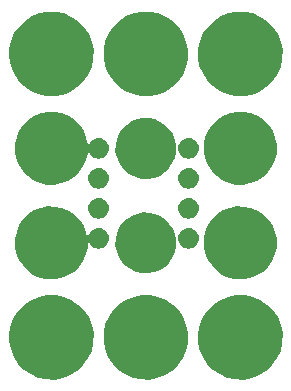
<source format=gts>
%TF.GenerationSoftware,KiCad,Pcbnew,4.0.5-e0-6337~49~ubuntu16.04.1*%
%TF.CreationDate,2017-01-18T20:32:05-08:00*%
%TF.ProjectId,3x4-ATtiny85-8DIP-Breakout,3378342D415474696E7938352D384449,1.0*%
%TF.FileFunction,Soldermask,Top*%
%FSLAX46Y46*%
G04 Gerber Fmt 4.6, Leading zero omitted, Abs format (unit mm)*
G04 Created by KiCad (PCBNEW 4.0.5-e0-6337~49~ubuntu16.04.1) date Wed Jan 18 20:32:05 2017*
%MOMM*%
%LPD*%
G01*
G04 APERTURE LIST*
%ADD10C,0.350000*%
G04 APERTURE END LIST*
D10*
G36*
X153027627Y-108592579D02*
X153714625Y-108733600D01*
X154361161Y-109005379D01*
X154942589Y-109397557D01*
X155436769Y-109895199D01*
X155824877Y-110479349D01*
X156092133Y-111127760D01*
X156228286Y-111815386D01*
X156228286Y-111815391D01*
X156228354Y-111815735D01*
X156217168Y-112616785D01*
X156217092Y-112617119D01*
X156217092Y-112617132D01*
X156061791Y-113300690D01*
X155776537Y-113941382D01*
X155372266Y-114514470D01*
X154864383Y-114998122D01*
X154272230Y-115373914D01*
X153618365Y-115627531D01*
X152927692Y-115749316D01*
X152226515Y-115734627D01*
X151541544Y-115584027D01*
X150898871Y-115303250D01*
X150322979Y-114902994D01*
X149835794Y-114398500D01*
X149455878Y-113808984D01*
X149197699Y-113156900D01*
X149071097Y-112467099D01*
X149080888Y-111765837D01*
X149226704Y-111079831D01*
X149502985Y-110435216D01*
X149899215Y-109856538D01*
X150400294Y-109365845D01*
X150987143Y-108981822D01*
X151637405Y-108719098D01*
X152326309Y-108587684D01*
X153027627Y-108592579D01*
X153027627Y-108592579D01*
G37*
G36*
X137027627Y-108592579D02*
X137714625Y-108733600D01*
X138361161Y-109005379D01*
X138942589Y-109397557D01*
X139436769Y-109895199D01*
X139824877Y-110479349D01*
X140092133Y-111127760D01*
X140228286Y-111815386D01*
X140228286Y-111815391D01*
X140228354Y-111815735D01*
X140217168Y-112616785D01*
X140217092Y-112617119D01*
X140217092Y-112617132D01*
X140061791Y-113300690D01*
X139776537Y-113941382D01*
X139372266Y-114514470D01*
X138864383Y-114998122D01*
X138272230Y-115373914D01*
X137618365Y-115627531D01*
X136927692Y-115749316D01*
X136226515Y-115734627D01*
X135541544Y-115584027D01*
X134898871Y-115303250D01*
X134322979Y-114902994D01*
X133835794Y-114398500D01*
X133455878Y-113808984D01*
X133197699Y-113156900D01*
X133071097Y-112467099D01*
X133080888Y-111765837D01*
X133226704Y-111079831D01*
X133502985Y-110435216D01*
X133899215Y-109856538D01*
X134400294Y-109365845D01*
X134987143Y-108981822D01*
X135637405Y-108719098D01*
X136326309Y-108587684D01*
X137027627Y-108592579D01*
X137027627Y-108592579D01*
G37*
G36*
X145027627Y-108592579D02*
X145714625Y-108733600D01*
X146361161Y-109005379D01*
X146942589Y-109397557D01*
X147436769Y-109895199D01*
X147824877Y-110479349D01*
X148092133Y-111127760D01*
X148228286Y-111815386D01*
X148228286Y-111815391D01*
X148228354Y-111815735D01*
X148217168Y-112616785D01*
X148217092Y-112617119D01*
X148217092Y-112617132D01*
X148061791Y-113300690D01*
X147776537Y-113941382D01*
X147372266Y-114514470D01*
X146864383Y-114998122D01*
X146272230Y-115373914D01*
X145618365Y-115627531D01*
X144927692Y-115749316D01*
X144226515Y-115734627D01*
X143541544Y-115584027D01*
X142898871Y-115303250D01*
X142322979Y-114902994D01*
X141835794Y-114398500D01*
X141455878Y-113808984D01*
X141197699Y-113156900D01*
X141071097Y-112467099D01*
X141080888Y-111765837D01*
X141226704Y-111079831D01*
X141502985Y-110435216D01*
X141899215Y-109856538D01*
X142400294Y-109365845D01*
X142987143Y-108981822D01*
X143637405Y-108719098D01*
X144326309Y-108587684D01*
X145027627Y-108592579D01*
X145027627Y-108592579D01*
G37*
G36*
X136975110Y-101092247D02*
X137566055Y-101213551D01*
X138122198Y-101447332D01*
X138622334Y-101784678D01*
X139047421Y-102212743D01*
X139381266Y-102715221D01*
X139611156Y-103272976D01*
X139685541Y-103648644D01*
X139690263Y-103662137D01*
X139698557Y-103673779D01*
X139709766Y-103682650D01*
X139723003Y-103688048D01*
X139737219Y-103689543D01*
X139751289Y-103687020D01*
X139764099Y-103680676D01*
X139774635Y-103671014D01*
X139782061Y-103658800D01*
X139785896Y-103644086D01*
X139789450Y-103610263D01*
X139789452Y-103610258D01*
X139789456Y-103610216D01*
X139840024Y-103446859D01*
X139921357Y-103296435D01*
X140030360Y-103164674D01*
X140162878Y-103056594D01*
X140313866Y-102976313D01*
X140477572Y-102926887D01*
X140647760Y-102910200D01*
X140656276Y-102910200D01*
X140660957Y-102910233D01*
X140668474Y-102910285D01*
X140838412Y-102929347D01*
X141001412Y-102981054D01*
X141151264Y-103063436D01*
X141282261Y-103173355D01*
X141389413Y-103306625D01*
X141468638Y-103458170D01*
X141516920Y-103622216D01*
X141516924Y-103622258D01*
X141516925Y-103622262D01*
X141531306Y-103780283D01*
X141532419Y-103792517D01*
X141514544Y-103962584D01*
X141463976Y-104125941D01*
X141382643Y-104276365D01*
X141273640Y-104408126D01*
X141141122Y-104516206D01*
X140990134Y-104596487D01*
X140826428Y-104645913D01*
X140656240Y-104662600D01*
X140647724Y-104662600D01*
X140643043Y-104662567D01*
X140635526Y-104662515D01*
X140465588Y-104643453D01*
X140302588Y-104591746D01*
X140152736Y-104509364D01*
X140021739Y-104399445D01*
X139914587Y-104266175D01*
X139835362Y-104114630D01*
X139824597Y-104078053D01*
X139818693Y-104065091D01*
X139809378Y-104054248D01*
X139797411Y-104046429D01*
X139783740Y-104042254D01*
X139769446Y-104042053D01*
X139755663Y-104045841D01*
X139743481Y-104053320D01*
X139733864Y-104063897D01*
X139727575Y-104076734D01*
X139725169Y-104091260D01*
X139718710Y-104553816D01*
X139718633Y-104554154D01*
X139718633Y-104554162D01*
X139585057Y-105142101D01*
X139339685Y-105693216D01*
X138991937Y-106186178D01*
X138555062Y-106602209D01*
X138045700Y-106925461D01*
X137483254Y-107143619D01*
X136889147Y-107248376D01*
X136286003Y-107235742D01*
X135696800Y-107106197D01*
X135143982Y-106864677D01*
X134648607Y-106520382D01*
X134229537Y-106086423D01*
X133902738Y-105579330D01*
X133680656Y-105018414D01*
X133571755Y-104425058D01*
X133580177Y-103821841D01*
X133705606Y-103231747D01*
X133943259Y-102677258D01*
X134284091Y-102179488D01*
X134715112Y-101757400D01*
X135219913Y-101427068D01*
X135779259Y-101201077D01*
X136371845Y-101088036D01*
X136975110Y-101092247D01*
X136975110Y-101092247D01*
G37*
G36*
X152975110Y-101092247D02*
X153566055Y-101213551D01*
X154122198Y-101447332D01*
X154622334Y-101784678D01*
X155047421Y-102212743D01*
X155381266Y-102715221D01*
X155611156Y-103272976D01*
X155728264Y-103864414D01*
X155728264Y-103864424D01*
X155728331Y-103864763D01*
X155718710Y-104553816D01*
X155718633Y-104554154D01*
X155718633Y-104554162D01*
X155585057Y-105142101D01*
X155339685Y-105693216D01*
X154991937Y-106186178D01*
X154555062Y-106602209D01*
X154045700Y-106925461D01*
X153483254Y-107143619D01*
X152889147Y-107248376D01*
X152286003Y-107235742D01*
X151696800Y-107106197D01*
X151143982Y-106864677D01*
X150648607Y-106520382D01*
X150229537Y-106086423D01*
X149902738Y-105579330D01*
X149680656Y-105018414D01*
X149571755Y-104425058D01*
X149580177Y-103821841D01*
X149705606Y-103231747D01*
X149943259Y-102677258D01*
X150284091Y-102179488D01*
X150715112Y-101757400D01*
X151219913Y-101427068D01*
X151779259Y-101201077D01*
X152371845Y-101088036D01*
X152975110Y-101092247D01*
X152975110Y-101092247D01*
G37*
G36*
X144921543Y-101601907D02*
X145414515Y-101703100D01*
X145878456Y-101898123D01*
X146295675Y-102179541D01*
X146650288Y-102536637D01*
X146928785Y-102955810D01*
X147120562Y-103421095D01*
X147218243Y-103914422D01*
X147218243Y-103914432D01*
X147218310Y-103914771D01*
X147210284Y-104489586D01*
X147210207Y-104489924D01*
X147210207Y-104489933D01*
X147098789Y-104980342D01*
X146894098Y-105440087D01*
X146604002Y-105851322D01*
X146239556Y-106198380D01*
X145814642Y-106468039D01*
X145345440Y-106650030D01*
X144849831Y-106737420D01*
X144346681Y-106726880D01*
X143855161Y-106618812D01*
X143393994Y-106417333D01*
X142980747Y-106130119D01*
X142631154Y-105768105D01*
X142358535Y-105345082D01*
X142173271Y-104877159D01*
X142082425Y-104382176D01*
X142089450Y-103878965D01*
X142194085Y-103386702D01*
X142392338Y-102924141D01*
X142676663Y-102508895D01*
X143036226Y-102156785D01*
X143457337Y-101881218D01*
X143923950Y-101692694D01*
X144418291Y-101598394D01*
X144921543Y-101601907D01*
X144921543Y-101601907D01*
G37*
G36*
X148280957Y-102910233D02*
X148288474Y-102910285D01*
X148458412Y-102929347D01*
X148621412Y-102981054D01*
X148771264Y-103063436D01*
X148902261Y-103173355D01*
X149009413Y-103306625D01*
X149088638Y-103458170D01*
X149136920Y-103622216D01*
X149136924Y-103622258D01*
X149136925Y-103622262D01*
X149151306Y-103780283D01*
X149152419Y-103792517D01*
X149134544Y-103962584D01*
X149083976Y-104125941D01*
X149002643Y-104276365D01*
X148893640Y-104408126D01*
X148761122Y-104516206D01*
X148610134Y-104596487D01*
X148446428Y-104645913D01*
X148276240Y-104662600D01*
X148267724Y-104662600D01*
X148263043Y-104662567D01*
X148255526Y-104662515D01*
X148085588Y-104643453D01*
X147922588Y-104591746D01*
X147772736Y-104509364D01*
X147641739Y-104399445D01*
X147534587Y-104266175D01*
X147455362Y-104114630D01*
X147407080Y-103950584D01*
X147407076Y-103950542D01*
X147407075Y-103950538D01*
X147391581Y-103780285D01*
X147401384Y-103687020D01*
X147409456Y-103610216D01*
X147460024Y-103446859D01*
X147541357Y-103296435D01*
X147650360Y-103164674D01*
X147782878Y-103056594D01*
X147933866Y-102976313D01*
X148097572Y-102926887D01*
X148267760Y-102910200D01*
X148276276Y-102910200D01*
X148280957Y-102910233D01*
X148280957Y-102910233D01*
G37*
G36*
X148280957Y-100370233D02*
X148288474Y-100370285D01*
X148458412Y-100389347D01*
X148621412Y-100441054D01*
X148771264Y-100523436D01*
X148902261Y-100633355D01*
X149009413Y-100766625D01*
X149088638Y-100918170D01*
X149136920Y-101082216D01*
X149136924Y-101082258D01*
X149136925Y-101082262D01*
X149147738Y-101201080D01*
X149152419Y-101252517D01*
X149134544Y-101422584D01*
X149083976Y-101585941D01*
X149002643Y-101736365D01*
X148893640Y-101868126D01*
X148761122Y-101976206D01*
X148610134Y-102056487D01*
X148446428Y-102105913D01*
X148276240Y-102122600D01*
X148267724Y-102122600D01*
X148263043Y-102122567D01*
X148255526Y-102122515D01*
X148085588Y-102103453D01*
X147922588Y-102051746D01*
X147772736Y-101969364D01*
X147641739Y-101859445D01*
X147534587Y-101726175D01*
X147455362Y-101574630D01*
X147407080Y-101410584D01*
X147407076Y-101410542D01*
X147407075Y-101410538D01*
X147391581Y-101240285D01*
X147394391Y-101213554D01*
X147409456Y-101070216D01*
X147460024Y-100906859D01*
X147541357Y-100756435D01*
X147650360Y-100624674D01*
X147782878Y-100516594D01*
X147933866Y-100436313D01*
X148097572Y-100386887D01*
X148267760Y-100370200D01*
X148276276Y-100370200D01*
X148280957Y-100370233D01*
X148280957Y-100370233D01*
G37*
G36*
X140660957Y-100370233D02*
X140668474Y-100370285D01*
X140838412Y-100389347D01*
X141001412Y-100441054D01*
X141151264Y-100523436D01*
X141282261Y-100633355D01*
X141389413Y-100766625D01*
X141468638Y-100918170D01*
X141516920Y-101082216D01*
X141516924Y-101082258D01*
X141516925Y-101082262D01*
X141527738Y-101201080D01*
X141532419Y-101252517D01*
X141514544Y-101422584D01*
X141463976Y-101585941D01*
X141382643Y-101736365D01*
X141273640Y-101868126D01*
X141141122Y-101976206D01*
X140990134Y-102056487D01*
X140826428Y-102105913D01*
X140656240Y-102122600D01*
X140647724Y-102122600D01*
X140643043Y-102122567D01*
X140635526Y-102122515D01*
X140465588Y-102103453D01*
X140302588Y-102051746D01*
X140152736Y-101969364D01*
X140021739Y-101859445D01*
X139914587Y-101726175D01*
X139835362Y-101574630D01*
X139787080Y-101410584D01*
X139787076Y-101410542D01*
X139787075Y-101410538D01*
X139771581Y-101240285D01*
X139774391Y-101213554D01*
X139789456Y-101070216D01*
X139840024Y-100906859D01*
X139921357Y-100756435D01*
X140030360Y-100624674D01*
X140162878Y-100516594D01*
X140313866Y-100436313D01*
X140477572Y-100386887D01*
X140647760Y-100370200D01*
X140656276Y-100370200D01*
X140660957Y-100370233D01*
X140660957Y-100370233D01*
G37*
G36*
X148280957Y-97830233D02*
X148288474Y-97830285D01*
X148458412Y-97849347D01*
X148621412Y-97901054D01*
X148771264Y-97983436D01*
X148902261Y-98093355D01*
X149009413Y-98226625D01*
X149088638Y-98378170D01*
X149136920Y-98542216D01*
X149136924Y-98542258D01*
X149136925Y-98542262D01*
X149151306Y-98700283D01*
X149152419Y-98712517D01*
X149134544Y-98882584D01*
X149083976Y-99045941D01*
X149002643Y-99196365D01*
X148893640Y-99328126D01*
X148761122Y-99436206D01*
X148610134Y-99516487D01*
X148446428Y-99565913D01*
X148276240Y-99582600D01*
X148267724Y-99582600D01*
X148263043Y-99582567D01*
X148255526Y-99582515D01*
X148085588Y-99563453D01*
X147922588Y-99511746D01*
X147772736Y-99429364D01*
X147641739Y-99319445D01*
X147534587Y-99186175D01*
X147455362Y-99034630D01*
X147407080Y-98870584D01*
X147407076Y-98870542D01*
X147407075Y-98870538D01*
X147391581Y-98700285D01*
X147409451Y-98530263D01*
X147409456Y-98530216D01*
X147460024Y-98366859D01*
X147541357Y-98216435D01*
X147650360Y-98084674D01*
X147782878Y-97976594D01*
X147933866Y-97896313D01*
X148097572Y-97846887D01*
X148267760Y-97830200D01*
X148276276Y-97830200D01*
X148280957Y-97830233D01*
X148280957Y-97830233D01*
G37*
G36*
X140660957Y-97830233D02*
X140668474Y-97830285D01*
X140838412Y-97849347D01*
X141001412Y-97901054D01*
X141151264Y-97983436D01*
X141282261Y-98093355D01*
X141389413Y-98226625D01*
X141468638Y-98378170D01*
X141516920Y-98542216D01*
X141516924Y-98542258D01*
X141516925Y-98542262D01*
X141531306Y-98700283D01*
X141532419Y-98712517D01*
X141514544Y-98882584D01*
X141463976Y-99045941D01*
X141382643Y-99196365D01*
X141273640Y-99328126D01*
X141141122Y-99436206D01*
X140990134Y-99516487D01*
X140826428Y-99565913D01*
X140656240Y-99582600D01*
X140647724Y-99582600D01*
X140643043Y-99582567D01*
X140635526Y-99582515D01*
X140465588Y-99563453D01*
X140302588Y-99511746D01*
X140152736Y-99429364D01*
X140021739Y-99319445D01*
X139914587Y-99186175D01*
X139835362Y-99034630D01*
X139787080Y-98870584D01*
X139787076Y-98870542D01*
X139787075Y-98870538D01*
X139771581Y-98700285D01*
X139789451Y-98530263D01*
X139789456Y-98530216D01*
X139840024Y-98366859D01*
X139921357Y-98216435D01*
X140030360Y-98084674D01*
X140162878Y-97976594D01*
X140313866Y-97896313D01*
X140477572Y-97846887D01*
X140647760Y-97830200D01*
X140656276Y-97830200D01*
X140660957Y-97830233D01*
X140660957Y-97830233D01*
G37*
G36*
X152975110Y-93092247D02*
X153566055Y-93213551D01*
X154122198Y-93447332D01*
X154622334Y-93784678D01*
X155047421Y-94212743D01*
X155381266Y-94715221D01*
X155611156Y-95272976D01*
X155728264Y-95864414D01*
X155728264Y-95864424D01*
X155728331Y-95864763D01*
X155718710Y-96553816D01*
X155718633Y-96554154D01*
X155718633Y-96554162D01*
X155585057Y-97142101D01*
X155339685Y-97693216D01*
X154991937Y-98186178D01*
X154555062Y-98602209D01*
X154045700Y-98925461D01*
X153483254Y-99143619D01*
X152889147Y-99248376D01*
X152286003Y-99235742D01*
X151696800Y-99106197D01*
X151143982Y-98864677D01*
X150648607Y-98520382D01*
X150229537Y-98086423D01*
X149902738Y-97579330D01*
X149680656Y-97018414D01*
X149571755Y-96425058D01*
X149580177Y-95821841D01*
X149705606Y-95231747D01*
X149943259Y-94677258D01*
X150284091Y-94179488D01*
X150715112Y-93757400D01*
X151219913Y-93427068D01*
X151779259Y-93201077D01*
X152371845Y-93088036D01*
X152975110Y-93092247D01*
X152975110Y-93092247D01*
G37*
G36*
X136975110Y-93092247D02*
X137566055Y-93213551D01*
X138122198Y-93447332D01*
X138622334Y-93784678D01*
X139047421Y-94212743D01*
X139381266Y-94715221D01*
X139611156Y-95272976D01*
X139728337Y-95864780D01*
X139733059Y-95878273D01*
X139741353Y-95889915D01*
X139752562Y-95898786D01*
X139765799Y-95904184D01*
X139780015Y-95905679D01*
X139794085Y-95903156D01*
X139806895Y-95896812D01*
X139817431Y-95887150D01*
X139826678Y-95869972D01*
X139840024Y-95826859D01*
X139921357Y-95676435D01*
X140030360Y-95544674D01*
X140162878Y-95436594D01*
X140313866Y-95356313D01*
X140477572Y-95306887D01*
X140647760Y-95290200D01*
X140656276Y-95290200D01*
X140660957Y-95290233D01*
X140668474Y-95290285D01*
X140838412Y-95309347D01*
X141001412Y-95361054D01*
X141151264Y-95443436D01*
X141282261Y-95553355D01*
X141389413Y-95686625D01*
X141468638Y-95838170D01*
X141516920Y-96002216D01*
X141516924Y-96002258D01*
X141516925Y-96002262D01*
X141531306Y-96160283D01*
X141532419Y-96172517D01*
X141514544Y-96342584D01*
X141463976Y-96505941D01*
X141382643Y-96656365D01*
X141273640Y-96788126D01*
X141141122Y-96896206D01*
X140990134Y-96976487D01*
X140826428Y-97025913D01*
X140656240Y-97042600D01*
X140647724Y-97042600D01*
X140643043Y-97042567D01*
X140635526Y-97042515D01*
X140465588Y-97023453D01*
X140302588Y-96971746D01*
X140152736Y-96889364D01*
X140021739Y-96779445D01*
X139914587Y-96646175D01*
X139835362Y-96494630D01*
X139819530Y-96440840D01*
X139813627Y-96427878D01*
X139804312Y-96417035D01*
X139792345Y-96409216D01*
X139778674Y-96405041D01*
X139764380Y-96404840D01*
X139750597Y-96408628D01*
X139738415Y-96416107D01*
X139728798Y-96426684D01*
X139722509Y-96439521D01*
X139720103Y-96454044D01*
X139718710Y-96553816D01*
X139718633Y-96554154D01*
X139718633Y-96554162D01*
X139585057Y-97142101D01*
X139339685Y-97693216D01*
X138991937Y-98186178D01*
X138555062Y-98602209D01*
X138045700Y-98925461D01*
X137483254Y-99143619D01*
X136889147Y-99248376D01*
X136286003Y-99235742D01*
X135696800Y-99106197D01*
X135143982Y-98864677D01*
X134648607Y-98520382D01*
X134229537Y-98086423D01*
X133902738Y-97579330D01*
X133680656Y-97018414D01*
X133571755Y-96425058D01*
X133580177Y-95821841D01*
X133705606Y-95231747D01*
X133943259Y-94677258D01*
X134284091Y-94179488D01*
X134715112Y-93757400D01*
X135219913Y-93427068D01*
X135779259Y-93201077D01*
X136371845Y-93088036D01*
X136975110Y-93092247D01*
X136975110Y-93092247D01*
G37*
G36*
X144921543Y-93601907D02*
X145414515Y-93703100D01*
X145878456Y-93898123D01*
X146295675Y-94179541D01*
X146650288Y-94536637D01*
X146928785Y-94955810D01*
X147120562Y-95421095D01*
X147218243Y-95914422D01*
X147218243Y-95914432D01*
X147218310Y-95914771D01*
X147210284Y-96489586D01*
X147210207Y-96489924D01*
X147210207Y-96489933D01*
X147098789Y-96980342D01*
X146894098Y-97440087D01*
X146604002Y-97851322D01*
X146239556Y-98198380D01*
X145814642Y-98468039D01*
X145345440Y-98650030D01*
X144849831Y-98737420D01*
X144346681Y-98726880D01*
X143855161Y-98618812D01*
X143393994Y-98417333D01*
X142980747Y-98130119D01*
X142631154Y-97768105D01*
X142358535Y-97345082D01*
X142173271Y-96877159D01*
X142082425Y-96382176D01*
X142089450Y-95878965D01*
X142194085Y-95386702D01*
X142392338Y-94924141D01*
X142676663Y-94508895D01*
X143036226Y-94156785D01*
X143457337Y-93881218D01*
X143923950Y-93692694D01*
X144418291Y-93598394D01*
X144921543Y-93601907D01*
X144921543Y-93601907D01*
G37*
G36*
X148280957Y-95290233D02*
X148288474Y-95290285D01*
X148458412Y-95309347D01*
X148621412Y-95361054D01*
X148771264Y-95443436D01*
X148902261Y-95553355D01*
X149009413Y-95686625D01*
X149088638Y-95838170D01*
X149136920Y-96002216D01*
X149136924Y-96002258D01*
X149136925Y-96002262D01*
X149151306Y-96160283D01*
X149152419Y-96172517D01*
X149134544Y-96342584D01*
X149083976Y-96505941D01*
X149002643Y-96656365D01*
X148893640Y-96788126D01*
X148761122Y-96896206D01*
X148610134Y-96976487D01*
X148446428Y-97025913D01*
X148276240Y-97042600D01*
X148267724Y-97042600D01*
X148263043Y-97042567D01*
X148255526Y-97042515D01*
X148085588Y-97023453D01*
X147922588Y-96971746D01*
X147772736Y-96889364D01*
X147641739Y-96779445D01*
X147534587Y-96646175D01*
X147455362Y-96494630D01*
X147407080Y-96330584D01*
X147407076Y-96330542D01*
X147407075Y-96330538D01*
X147391581Y-96160285D01*
X147409451Y-95990263D01*
X147409456Y-95990216D01*
X147460024Y-95826859D01*
X147541357Y-95676435D01*
X147650360Y-95544674D01*
X147782878Y-95436594D01*
X147933866Y-95356313D01*
X148097572Y-95306887D01*
X148267760Y-95290200D01*
X148276276Y-95290200D01*
X148280957Y-95290233D01*
X148280957Y-95290233D01*
G37*
G36*
X153027627Y-84592579D02*
X153714625Y-84733600D01*
X154361161Y-85005379D01*
X154942589Y-85397557D01*
X155436769Y-85895199D01*
X155824877Y-86479349D01*
X156092133Y-87127760D01*
X156228286Y-87815386D01*
X156228286Y-87815391D01*
X156228354Y-87815735D01*
X156217168Y-88616785D01*
X156217092Y-88617119D01*
X156217092Y-88617132D01*
X156061791Y-89300690D01*
X155776537Y-89941382D01*
X155372266Y-90514470D01*
X154864383Y-90998122D01*
X154272230Y-91373914D01*
X153618365Y-91627531D01*
X152927692Y-91749316D01*
X152226515Y-91734627D01*
X151541544Y-91584027D01*
X150898871Y-91303250D01*
X150322979Y-90902994D01*
X149835794Y-90398500D01*
X149455878Y-89808984D01*
X149197699Y-89156900D01*
X149071097Y-88467099D01*
X149080888Y-87765837D01*
X149226704Y-87079831D01*
X149502985Y-86435216D01*
X149899215Y-85856538D01*
X150400294Y-85365845D01*
X150987143Y-84981822D01*
X151637405Y-84719098D01*
X152326309Y-84587684D01*
X153027627Y-84592579D01*
X153027627Y-84592579D01*
G37*
G36*
X145027627Y-84592579D02*
X145714625Y-84733600D01*
X146361161Y-85005379D01*
X146942589Y-85397557D01*
X147436769Y-85895199D01*
X147824877Y-86479349D01*
X148092133Y-87127760D01*
X148228286Y-87815386D01*
X148228286Y-87815391D01*
X148228354Y-87815735D01*
X148217168Y-88616785D01*
X148217092Y-88617119D01*
X148217092Y-88617132D01*
X148061791Y-89300690D01*
X147776537Y-89941382D01*
X147372266Y-90514470D01*
X146864383Y-90998122D01*
X146272230Y-91373914D01*
X145618365Y-91627531D01*
X144927692Y-91749316D01*
X144226515Y-91734627D01*
X143541544Y-91584027D01*
X142898871Y-91303250D01*
X142322979Y-90902994D01*
X141835794Y-90398500D01*
X141455878Y-89808984D01*
X141197699Y-89156900D01*
X141071097Y-88467099D01*
X141080888Y-87765837D01*
X141226704Y-87079831D01*
X141502985Y-86435216D01*
X141899215Y-85856538D01*
X142400294Y-85365845D01*
X142987143Y-84981822D01*
X143637405Y-84719098D01*
X144326309Y-84587684D01*
X145027627Y-84592579D01*
X145027627Y-84592579D01*
G37*
G36*
X137027627Y-84592579D02*
X137714625Y-84733600D01*
X138361161Y-85005379D01*
X138942589Y-85397557D01*
X139436769Y-85895199D01*
X139824877Y-86479349D01*
X140092133Y-87127760D01*
X140228286Y-87815386D01*
X140228286Y-87815391D01*
X140228354Y-87815735D01*
X140217168Y-88616785D01*
X140217092Y-88617119D01*
X140217092Y-88617132D01*
X140061791Y-89300690D01*
X139776537Y-89941382D01*
X139372266Y-90514470D01*
X138864383Y-90998122D01*
X138272230Y-91373914D01*
X137618365Y-91627531D01*
X136927692Y-91749316D01*
X136226515Y-91734627D01*
X135541544Y-91584027D01*
X134898871Y-91303250D01*
X134322979Y-90902994D01*
X133835794Y-90398500D01*
X133455878Y-89808984D01*
X133197699Y-89156900D01*
X133071097Y-88467099D01*
X133080888Y-87765837D01*
X133226704Y-87079831D01*
X133502985Y-86435216D01*
X133899215Y-85856538D01*
X134400294Y-85365845D01*
X134987143Y-84981822D01*
X135637405Y-84719098D01*
X136326309Y-84587684D01*
X137027627Y-84592579D01*
X137027627Y-84592579D01*
G37*
M02*

</source>
